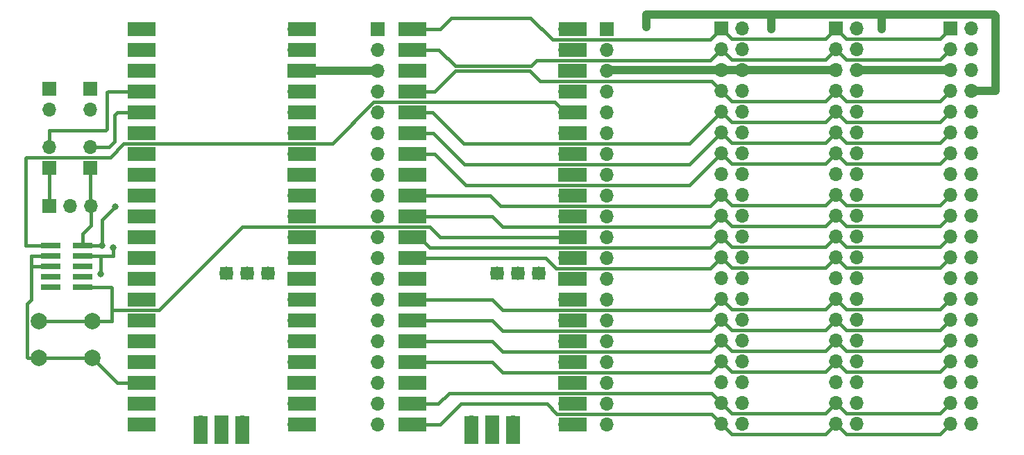
<source format=gbr>
%TF.GenerationSoftware,KiCad,Pcbnew,7.0.7*%
%TF.CreationDate,2023-09-07T20:52:16+09:00*%
%TF.ProjectId,KiCad,4b694361-642e-46b6-9963-61645f706362,rev?*%
%TF.SameCoordinates,PX41cdb40PY67f3540*%
%TF.FileFunction,Copper,L1,Top*%
%TF.FilePolarity,Positive*%
%FSLAX46Y46*%
G04 Gerber Fmt 4.6, Leading zero omitted, Abs format (unit mm)*
G04 Created by KiCad (PCBNEW 7.0.7) date 2023-09-07 20:52:16*
%MOMM*%
%LPD*%
G01*
G04 APERTURE LIST*
G04 Aperture macros list*
%AMOutline4P*
0 Free polygon, 4 corners , with rotation*
0 The origin of the aperture is its center*
0 number of corners: always 4*
0 $1 to $8 corner X, Y*
0 $9 Rotation angle, in degrees counterclockwise*
0 create outline with 4 corners*
4,1,4,$1,$2,$3,$4,$5,$6,$7,$8,$1,$2,$9*%
G04 Aperture macros list end*
%TA.AperFunction,ComponentPad*%
%ADD10R,1.700000X1.700000*%
%TD*%
%TA.AperFunction,ComponentPad*%
%ADD11O,1.700000X1.700000*%
%TD*%
%TA.AperFunction,SMDPad,CuDef*%
%ADD12R,2.400000X0.740000*%
%TD*%
%TA.AperFunction,SMDPad,CuDef*%
%ADD13R,3.500000X1.700000*%
%TD*%
%TA.AperFunction,SMDPad,CuDef*%
%ADD14R,1.700000X3.500000*%
%TD*%
%TA.AperFunction,ComponentPad*%
%ADD15C,1.700000*%
%TD*%
%TA.AperFunction,SMDPad,CuDef*%
%ADD16R,1.524000X1.524000*%
%TD*%
%TA.AperFunction,SMDPad,CuDef*%
%ADD17Outline4P,-0.762000X-0.762000X0.762000X-0.762000X0.762000X0.762000X-0.762000X0.762000X0.000000*%
%TD*%
%TA.AperFunction,ComponentPad*%
%ADD18C,2.000000*%
%TD*%
%TA.AperFunction,ViaPad*%
%ADD19C,0.800000*%
%TD*%
%TA.AperFunction,Conductor*%
%ADD20C,0.400000*%
%TD*%
%TA.AperFunction,Conductor*%
%ADD21C,1.000000*%
%TD*%
G04 APERTURE END LIST*
D10*
%TO.P,JP3,1,A*%
%TO.N,Net-(J6-Pin_1)*%
X4000000Y34197000D03*
D11*
%TO.P,JP3,2,B*%
%TO.N,Net-(JP3-B)*%
X4000000Y36737000D03*
%TD*%
D12*
%TO.P,J7,1,Pin_1*%
%TO.N,/3V3*%
X4107000Y24672000D03*
%TO.P,J7,2,Pin_2*%
%TO.N,Net-(J6-Pin_3)*%
X8007000Y24672000D03*
%TO.P,J7,3,Pin_3*%
%TO.N,GND*%
X4107000Y23402000D03*
%TO.P,J7,4,Pin_4*%
%TO.N,Net-(J6-Pin_1)*%
X8007000Y23402000D03*
%TO.P,J7,5,Pin_5*%
%TO.N,GND*%
X4107000Y22132000D03*
%TO.P,J7,6,Pin_6*%
%TO.N,unconnected-(J7-Pin_6-Pad6)*%
X8007000Y22132000D03*
%TO.P,J7,7,Pin_7*%
%TO.N,unconnected-(J7-Pin_7-Pad7)*%
X4107000Y20862000D03*
%TO.P,J7,8,Pin_8*%
%TO.N,unconnected-(J7-Pin_8-Pad8)*%
X8007000Y20862000D03*
%TO.P,J7,9,Pin_9*%
%TO.N,unconnected-(J7-Pin_9-Pad9)*%
X4107000Y19592000D03*
%TO.P,J7,10,Pin_10*%
%TO.N,/RUN*%
X8007000Y19592000D03*
%TD*%
D10*
%TO.P,J4,1,Pin_1*%
%TO.N,/GP0*%
X44030000Y51100000D03*
D11*
%TO.P,J4,2,Pin_2*%
%TO.N,/GP1*%
X44030000Y48560000D03*
%TO.P,J4,3,Pin_3*%
%TO.N,GND*%
X44030000Y46020000D03*
%TO.P,J4,4,Pin_4*%
%TO.N,/GP2*%
X44030000Y43480000D03*
%TO.P,J4,5,Pin_5*%
%TO.N,/GP3*%
X44030000Y40940000D03*
%TO.P,J4,6,Pin_6*%
%TO.N,/GP4*%
X44030000Y38400000D03*
%TO.P,J4,7,Pin_7*%
%TO.N,/GP5*%
X44030000Y35860000D03*
%TO.P,J4,8,Pin_8*%
%TO.N,GND*%
X44030000Y33320000D03*
%TO.P,J4,9,Pin_9*%
%TO.N,/GP6*%
X44030000Y30780000D03*
%TO.P,J4,10,Pin_10*%
%TO.N,/GP7*%
X44030000Y28240000D03*
%TO.P,J4,11,Pin_11*%
%TO.N,/GP8*%
X44030000Y25700000D03*
%TO.P,J4,12,Pin_12*%
%TO.N,/GP9*%
X44030000Y23160000D03*
%TO.P,J4,13,Pin_13*%
%TO.N,GND*%
X44030000Y20620000D03*
%TO.P,J4,14,Pin_14*%
%TO.N,/GP10*%
X44030000Y18080000D03*
%TO.P,J4,15,Pin_15*%
%TO.N,/GP11*%
X44030000Y15540000D03*
%TO.P,J4,16,Pin_16*%
%TO.N,/GP12*%
X44030000Y13000000D03*
%TO.P,J4,17,Pin_17*%
%TO.N,/GP13*%
X44030000Y10460000D03*
%TO.P,J4,18,Pin_18*%
%TO.N,GND*%
X44030000Y7920000D03*
%TO.P,J4,19,Pin_19*%
%TO.N,/GP14*%
X44030000Y5380000D03*
%TO.P,J4,20,Pin_20*%
%TO.N,/GP15*%
X44030000Y2840000D03*
%TD*%
D10*
%TO.P,JP1,1,A*%
%TO.N,/GP1*%
X8978000Y43849000D03*
D11*
%TO.P,JP1,2,B*%
%TO.N,Net-(JP1-B)*%
X8978000Y41309000D03*
%TD*%
D10*
%TO.P,J1,1,Pin_1*%
%TO.N,/GP0*%
X113875000Y51215000D03*
D11*
%TO.P,J1,2,Pin_2*%
%TO.N,/GP1*%
X113875000Y48675000D03*
%TO.P,J1,3,Pin_3*%
%TO.N,GND*%
X113875000Y46135000D03*
%TO.P,J1,4,Pin_4*%
%TO.N,/GP2*%
X113875000Y43595000D03*
%TO.P,J1,5,Pin_5*%
%TO.N,/GP3*%
X113875000Y41055000D03*
%TO.P,J1,6,Pin_6*%
%TO.N,/GP4*%
X113875000Y38515000D03*
%TO.P,J1,7,Pin_7*%
%TO.N,/GP5*%
X113875000Y35975000D03*
%TO.P,J1,8,Pin_8*%
%TO.N,GND*%
X113875000Y33435000D03*
%TO.P,J1,9,Pin_9*%
%TO.N,/GP6*%
X113875000Y30895000D03*
%TO.P,J1,10,Pin_10*%
%TO.N,/GP7*%
X113875000Y28355000D03*
%TO.P,J1,11,Pin_11*%
%TO.N,/GP8*%
X113875000Y25815000D03*
%TO.P,J1,12,Pin_12*%
%TO.N,/GP9*%
X113875000Y23275000D03*
%TO.P,J1,13,Pin_13*%
%TO.N,GND*%
X113875000Y20735000D03*
%TO.P,J1,14,Pin_14*%
%TO.N,/GP10*%
X113875000Y18195000D03*
%TO.P,J1,15,Pin_15*%
%TO.N,/GP11*%
X113875000Y15655000D03*
%TO.P,J1,16,Pin_16*%
%TO.N,/GP12*%
X113875000Y13115000D03*
%TO.P,J1,17,Pin_17*%
%TO.N,/GP13*%
X113875000Y10575000D03*
%TO.P,J1,18,Pin_18*%
%TO.N,GND*%
X113875000Y8035000D03*
%TO.P,J1,19,Pin_19*%
%TO.N,/GP14*%
X113875000Y5495000D03*
%TO.P,J1,20,Pin_20*%
%TO.N,/GP15*%
X113875000Y2955000D03*
%TO.P,J1,21,Pin_21*%
%TO.N,/GP16*%
X116415000Y2955000D03*
%TO.P,J1,22,Pin_22*%
%TO.N,/GP17*%
X116415000Y5495000D03*
%TO.P,J1,23,Pin_23*%
%TO.N,GND*%
X116415000Y8035000D03*
%TO.P,J1,24,Pin_24*%
%TO.N,/GP18*%
X116415000Y10575000D03*
%TO.P,J1,25,Pin_25*%
%TO.N,/GP19*%
X116415000Y13115000D03*
%TO.P,J1,26,Pin_26*%
%TO.N,/GP20*%
X116415000Y15655000D03*
%TO.P,J1,27,Pin_27*%
%TO.N,/GP21*%
X116415000Y18195000D03*
%TO.P,J1,28,Pin_28*%
%TO.N,GND*%
X116415000Y20735000D03*
%TO.P,J1,29,Pin_29*%
%TO.N,/GP22*%
X116415000Y23275000D03*
%TO.P,J1,30,Pin_30*%
%TO.N,/RUN*%
X116415000Y25815000D03*
%TO.P,J1,31,Pin_31*%
%TO.N,/GP26*%
X116415000Y28355000D03*
%TO.P,J1,32,Pin_32*%
%TO.N,/GP27*%
X116415000Y30895000D03*
%TO.P,J1,33,Pin_33*%
%TO.N,GND*%
X116415000Y33435000D03*
%TO.P,J1,34,Pin_34*%
%TO.N,/GP28*%
X116415000Y35975000D03*
%TO.P,J1,35,Pin_35*%
%TO.N,/3V3*%
X116415000Y38515000D03*
%TO.P,J1,36,Pin_36*%
X116415000Y41055000D03*
%TO.P,J1,37,Pin_37*%
X116415000Y43595000D03*
%TO.P,J1,38,Pin_38*%
%TO.N,GND*%
X116415000Y46135000D03*
%TO.P,J1,39,Pin_39*%
%TO.N,/VSYS*%
X116415000Y48675000D03*
%TO.P,J1,40,Pin_40*%
X116415000Y51215000D03*
%TD*%
%TO.P,U1,1,GPIO0*%
%TO.N,/GP0*%
X49110000Y51130000D03*
D13*
X48210000Y51130000D03*
D11*
%TO.P,U1,2,GPIO1*%
%TO.N,/GP1*%
X49110000Y48590000D03*
D13*
X48210000Y48590000D03*
D10*
%TO.P,U1,3,GND*%
%TO.N,GND*%
X49110000Y46050000D03*
D13*
X48210000Y46050000D03*
D11*
%TO.P,U1,4,GPIO2*%
%TO.N,/GP2*%
X49110000Y43510000D03*
D13*
X48210000Y43510000D03*
D11*
%TO.P,U1,5,GPIO3*%
%TO.N,/GP3*%
X49110000Y40970000D03*
D13*
X48210000Y40970000D03*
D11*
%TO.P,U1,6,GPIO4*%
%TO.N,/GP4*%
X49110000Y38430000D03*
D13*
X48210000Y38430000D03*
D11*
%TO.P,U1,7,GPIO5*%
%TO.N,/GP5*%
X49110000Y35890000D03*
D13*
X48210000Y35890000D03*
D10*
%TO.P,U1,8,GND*%
%TO.N,GND*%
X49110000Y33350000D03*
D13*
X48210000Y33350000D03*
D11*
%TO.P,U1,9,GPIO6*%
%TO.N,/GP6*%
X49110000Y30810000D03*
D13*
X48210000Y30810000D03*
D11*
%TO.P,U1,10,GPIO7*%
%TO.N,/GP7*%
X49110000Y28270000D03*
D13*
X48210000Y28270000D03*
D11*
%TO.P,U1,11,GPIO8*%
%TO.N,/GP8*%
X49110000Y25730000D03*
D13*
X48210000Y25730000D03*
D11*
%TO.P,U1,12,GPIO9*%
%TO.N,/GP9*%
X49110000Y23190000D03*
D13*
X48210000Y23190000D03*
D10*
%TO.P,U1,13,GND*%
%TO.N,GND*%
X49110000Y20650000D03*
D13*
X48210000Y20650000D03*
D11*
%TO.P,U1,14,GPIO10*%
%TO.N,/GP10*%
X49110000Y18110000D03*
D13*
X48210000Y18110000D03*
D11*
%TO.P,U1,15,GPIO11*%
%TO.N,/GP11*%
X49110000Y15570000D03*
D13*
X48210000Y15570000D03*
D11*
%TO.P,U1,16,GPIO12*%
%TO.N,/GP12*%
X49110000Y13030000D03*
D13*
X48210000Y13030000D03*
D11*
%TO.P,U1,17,GPIO13*%
%TO.N,/GP13*%
X49110000Y10490000D03*
D13*
X48210000Y10490000D03*
D10*
%TO.P,U1,18,GND*%
%TO.N,GND*%
X49110000Y7950000D03*
D13*
X48210000Y7950000D03*
D11*
%TO.P,U1,19,GPIO14*%
%TO.N,/GP14*%
X49110000Y5410000D03*
D13*
X48210000Y5410000D03*
D11*
%TO.P,U1,20,GPIO15*%
%TO.N,/GP15*%
X49110000Y2870000D03*
D13*
X48210000Y2870000D03*
D11*
%TO.P,U1,21,GPIO16*%
%TO.N,/GP16*%
X66890000Y2870000D03*
D13*
X67790000Y2870000D03*
D11*
%TO.P,U1,22,GPIO17*%
%TO.N,/GP17*%
X66890000Y5410000D03*
D13*
X67790000Y5410000D03*
D10*
%TO.P,U1,23,GND*%
%TO.N,GND*%
X66890000Y7950000D03*
D13*
X67790000Y7950000D03*
D11*
%TO.P,U1,24,GPIO18*%
%TO.N,/GP18*%
X66890000Y10490000D03*
D13*
X67790000Y10490000D03*
D11*
%TO.P,U1,25,GPIO19*%
%TO.N,/GP19*%
X66890000Y13030000D03*
D13*
X67790000Y13030000D03*
D11*
%TO.P,U1,26,GPIO20*%
%TO.N,/GP20*%
X66890000Y15570000D03*
D13*
X67790000Y15570000D03*
D11*
%TO.P,U1,27,GPIO21*%
%TO.N,/GP21*%
X66890000Y18110000D03*
D13*
X67790000Y18110000D03*
D10*
%TO.P,U1,28,GND*%
%TO.N,GND*%
X66890000Y20650000D03*
D13*
X67790000Y20650000D03*
D11*
%TO.P,U1,29,GPIO22*%
%TO.N,/GP22*%
X66890000Y23190000D03*
D13*
X67790000Y23190000D03*
D11*
%TO.P,U1,30,RUN*%
%TO.N,/RUN*%
X66890000Y25730000D03*
D13*
X67790000Y25730000D03*
D11*
%TO.P,U1,31,GPIO26_ADC0*%
%TO.N,/GP26*%
X66890000Y28270000D03*
D13*
X67790000Y28270000D03*
D11*
%TO.P,U1,32,GPIO27_ADC1*%
%TO.N,/GP27*%
X66890000Y30810000D03*
D13*
X67790000Y30810000D03*
D10*
%TO.P,U1,33,AGND*%
%TO.N,GND*%
X66890000Y33350000D03*
D13*
X67790000Y33350000D03*
D11*
%TO.P,U1,34,GPIO28_ADC2*%
%TO.N,/GP28*%
X66890000Y35890000D03*
D13*
X67790000Y35890000D03*
D11*
%TO.P,U1,35,ADC_VREF*%
%TO.N,/ADC_VREF*%
X66890000Y38430000D03*
D13*
X67790000Y38430000D03*
D11*
%TO.P,U1,36,3V3*%
%TO.N,/3V3*%
X66890000Y40970000D03*
D13*
X67790000Y40970000D03*
D11*
%TO.P,U1,37,3V3_EN*%
%TO.N,/3V3_EN*%
X66890000Y43510000D03*
D13*
X67790000Y43510000D03*
D10*
%TO.P,U1,38,GND*%
%TO.N,GND*%
X66890000Y46050000D03*
D13*
X67790000Y46050000D03*
D11*
%TO.P,U1,39,VSYS*%
%TO.N,/VSYS*%
X66890000Y48590000D03*
D13*
X67790000Y48590000D03*
D11*
%TO.P,U1,40,VBUS*%
%TO.N,/VBUS*%
X66890000Y51130000D03*
D13*
X67790000Y51130000D03*
D11*
%TO.P,U1,41,SWCLK*%
%TO.N,Net-(J6-Pin_1)*%
X55460000Y3100000D03*
D14*
X55460000Y2200000D03*
D15*
X58550000Y21300000D03*
D16*
X58560000Y21300000D03*
D10*
%TO.P,U1,42,GND*%
%TO.N,GND*%
X58000000Y3100000D03*
D14*
X58000000Y2200000D03*
D17*
X61100000Y21300000D03*
D15*
X61100000Y21300000D03*
D11*
%TO.P,U1,43,SWDIO*%
%TO.N,Net-(J6-Pin_3)*%
X60540000Y3100000D03*
D14*
X60540000Y2200000D03*
D16*
X63640000Y21300000D03*
D15*
X63650000Y21300000D03*
%TD*%
D10*
%TO.P,JP4,1,A*%
%TO.N,Net-(J6-Pin_3)*%
X8978000Y34197000D03*
D11*
%TO.P,JP4,2,B*%
%TO.N,Net-(JP4-B)*%
X8978000Y36737000D03*
%TD*%
D18*
%TO.P,SW1,1,1*%
%TO.N,/RUN*%
X2680000Y15492000D03*
X9180000Y15492000D03*
%TO.P,SW1,2,2*%
%TO.N,GND*%
X2680000Y10992000D03*
X9180000Y10992000D03*
%TD*%
D10*
%TO.P,J2,1,Pin_1*%
%TO.N,/GP0*%
X99910000Y51215000D03*
D11*
%TO.P,J2,2,Pin_2*%
%TO.N,/GP1*%
X99910000Y48675000D03*
%TO.P,J2,3,Pin_3*%
%TO.N,GND*%
X99910000Y46135000D03*
%TO.P,J2,4,Pin_4*%
%TO.N,/GP2*%
X99910000Y43595000D03*
%TO.P,J2,5,Pin_5*%
%TO.N,/GP3*%
X99910000Y41055000D03*
%TO.P,J2,6,Pin_6*%
%TO.N,/GP4*%
X99910000Y38515000D03*
%TO.P,J2,7,Pin_7*%
%TO.N,/GP5*%
X99910000Y35975000D03*
%TO.P,J2,8,Pin_8*%
%TO.N,GND*%
X99910000Y33435000D03*
%TO.P,J2,9,Pin_9*%
%TO.N,/GP6*%
X99910000Y30895000D03*
%TO.P,J2,10,Pin_10*%
%TO.N,/GP7*%
X99910000Y28355000D03*
%TO.P,J2,11,Pin_11*%
%TO.N,/GP8*%
X99910000Y25815000D03*
%TO.P,J2,12,Pin_12*%
%TO.N,/GP9*%
X99910000Y23275000D03*
%TO.P,J2,13,Pin_13*%
%TO.N,GND*%
X99910000Y20735000D03*
%TO.P,J2,14,Pin_14*%
%TO.N,/GP10*%
X99910000Y18195000D03*
%TO.P,J2,15,Pin_15*%
%TO.N,/GP11*%
X99910000Y15655000D03*
%TO.P,J2,16,Pin_16*%
%TO.N,/GP12*%
X99910000Y13115000D03*
%TO.P,J2,17,Pin_17*%
%TO.N,/GP13*%
X99910000Y10575000D03*
%TO.P,J2,18,Pin_18*%
%TO.N,GND*%
X99910000Y8035000D03*
%TO.P,J2,19,Pin_19*%
%TO.N,/GP14*%
X99910000Y5495000D03*
%TO.P,J2,20,Pin_20*%
%TO.N,/GP15*%
X99910000Y2955000D03*
%TO.P,J2,21,Pin_21*%
%TO.N,/GP16*%
X102450000Y2955000D03*
%TO.P,J2,22,Pin_22*%
%TO.N,/GP17*%
X102450000Y5495000D03*
%TO.P,J2,23,Pin_23*%
%TO.N,GND*%
X102450000Y8035000D03*
%TO.P,J2,24,Pin_24*%
%TO.N,/GP18*%
X102450000Y10575000D03*
%TO.P,J2,25,Pin_25*%
%TO.N,/GP19*%
X102450000Y13115000D03*
%TO.P,J2,26,Pin_26*%
%TO.N,/GP20*%
X102450000Y15655000D03*
%TO.P,J2,27,Pin_27*%
%TO.N,/GP21*%
X102450000Y18195000D03*
%TO.P,J2,28,Pin_28*%
%TO.N,GND*%
X102450000Y20735000D03*
%TO.P,J2,29,Pin_29*%
%TO.N,/GP22*%
X102450000Y23275000D03*
%TO.P,J2,30,Pin_30*%
%TO.N,/RUN*%
X102450000Y25815000D03*
%TO.P,J2,31,Pin_31*%
%TO.N,/GP26*%
X102450000Y28355000D03*
%TO.P,J2,32,Pin_32*%
%TO.N,/GP27*%
X102450000Y30895000D03*
%TO.P,J2,33,Pin_33*%
%TO.N,GND*%
X102450000Y33435000D03*
%TO.P,J2,34,Pin_34*%
%TO.N,/GP28*%
X102450000Y35975000D03*
%TO.P,J2,35,Pin_35*%
%TO.N,/3V3*%
X102450000Y38515000D03*
%TO.P,J2,36,Pin_36*%
X102450000Y41055000D03*
%TO.P,J2,37,Pin_37*%
X102450000Y43595000D03*
%TO.P,J2,38,Pin_38*%
%TO.N,GND*%
X102450000Y46135000D03*
%TO.P,J2,39,Pin_39*%
%TO.N,/VSYS*%
X102450000Y48675000D03*
%TO.P,J2,40,Pin_40*%
X102450000Y51215000D03*
%TD*%
D10*
%TO.P,J6,1,Pin_1*%
%TO.N,Net-(J6-Pin_1)*%
X3960000Y29498000D03*
D11*
%TO.P,J6,2,Pin_2*%
%TO.N,GND*%
X6500000Y29498000D03*
%TO.P,J6,3,Pin_3*%
%TO.N,Net-(J6-Pin_3)*%
X9040000Y29498000D03*
%TD*%
D10*
%TO.P,J3,1,Pin_1*%
%TO.N,/GP0*%
X85935000Y51215000D03*
D11*
%TO.P,J3,2,Pin_2*%
%TO.N,/GP1*%
X85935000Y48675000D03*
%TO.P,J3,3,Pin_3*%
%TO.N,GND*%
X85935000Y46135000D03*
%TO.P,J3,4,Pin_4*%
%TO.N,/GP2*%
X85935000Y43595000D03*
%TO.P,J3,5,Pin_5*%
%TO.N,/GP3*%
X85935000Y41055000D03*
%TO.P,J3,6,Pin_6*%
%TO.N,/GP4*%
X85935000Y38515000D03*
%TO.P,J3,7,Pin_7*%
%TO.N,/GP5*%
X85935000Y35975000D03*
%TO.P,J3,8,Pin_8*%
%TO.N,GND*%
X85935000Y33435000D03*
%TO.P,J3,9,Pin_9*%
%TO.N,/GP6*%
X85935000Y30895000D03*
%TO.P,J3,10,Pin_10*%
%TO.N,/GP7*%
X85935000Y28355000D03*
%TO.P,J3,11,Pin_11*%
%TO.N,/GP8*%
X85935000Y25815000D03*
%TO.P,J3,12,Pin_12*%
%TO.N,/GP9*%
X85935000Y23275000D03*
%TO.P,J3,13,Pin_13*%
%TO.N,GND*%
X85935000Y20735000D03*
%TO.P,J3,14,Pin_14*%
%TO.N,/GP10*%
X85935000Y18195000D03*
%TO.P,J3,15,Pin_15*%
%TO.N,/GP11*%
X85935000Y15655000D03*
%TO.P,J3,16,Pin_16*%
%TO.N,/GP12*%
X85935000Y13115000D03*
%TO.P,J3,17,Pin_17*%
%TO.N,/GP13*%
X85935000Y10575000D03*
%TO.P,J3,18,Pin_18*%
%TO.N,GND*%
X85935000Y8035000D03*
%TO.P,J3,19,Pin_19*%
%TO.N,/GP14*%
X85935000Y5495000D03*
%TO.P,J3,20,Pin_20*%
%TO.N,/GP15*%
X85935000Y2955000D03*
%TO.P,J3,21,Pin_21*%
%TO.N,/GP16*%
X88475000Y2955000D03*
%TO.P,J3,22,Pin_22*%
%TO.N,/GP17*%
X88475000Y5495000D03*
%TO.P,J3,23,Pin_23*%
%TO.N,GND*%
X88475000Y8035000D03*
%TO.P,J3,24,Pin_24*%
%TO.N,/GP18*%
X88475000Y10575000D03*
%TO.P,J3,25,Pin_25*%
%TO.N,/GP19*%
X88475000Y13115000D03*
%TO.P,J3,26,Pin_26*%
%TO.N,/GP20*%
X88475000Y15655000D03*
%TO.P,J3,27,Pin_27*%
%TO.N,/GP21*%
X88475000Y18195000D03*
%TO.P,J3,28,Pin_28*%
%TO.N,GND*%
X88475000Y20735000D03*
%TO.P,J3,29,Pin_29*%
%TO.N,/GP22*%
X88475000Y23275000D03*
%TO.P,J3,30,Pin_30*%
%TO.N,/RUN*%
X88475000Y25815000D03*
%TO.P,J3,31,Pin_31*%
%TO.N,/GP26*%
X88475000Y28355000D03*
%TO.P,J3,32,Pin_32*%
%TO.N,/GP27*%
X88475000Y30895000D03*
%TO.P,J3,33,Pin_33*%
%TO.N,GND*%
X88475000Y33435000D03*
%TO.P,J3,34,Pin_34*%
%TO.N,/GP28*%
X88475000Y35975000D03*
%TO.P,J3,35,Pin_35*%
%TO.N,/3V3*%
X88475000Y38515000D03*
%TO.P,J3,36,Pin_36*%
X88475000Y41055000D03*
%TO.P,J3,37,Pin_37*%
X88475000Y43595000D03*
%TO.P,J3,38,Pin_38*%
%TO.N,GND*%
X88475000Y46135000D03*
%TO.P,J3,39,Pin_39*%
%TO.N,/VSYS*%
X88475000Y48675000D03*
%TO.P,J3,40,Pin_40*%
X88475000Y51215000D03*
%TD*%
D10*
%TO.P,JP2,1,A*%
%TO.N,/GP0*%
X4000000Y43849000D03*
D11*
%TO.P,JP2,2,B*%
%TO.N,Net-(JP2-B)*%
X4000000Y41309000D03*
%TD*%
D10*
%TO.P,J5,1,Pin_1*%
%TO.N,/VBUS*%
X71970000Y51100000D03*
D11*
%TO.P,J5,2,Pin_2*%
%TO.N,/VSYS*%
X71970000Y48560000D03*
%TO.P,J5,3,Pin_3*%
%TO.N,GND*%
X71970000Y46020000D03*
%TO.P,J5,4,Pin_4*%
%TO.N,/3V3_EN*%
X71970000Y43480000D03*
%TO.P,J5,5,Pin_5*%
%TO.N,/3V3*%
X71970000Y40940000D03*
%TO.P,J5,6,Pin_6*%
%TO.N,/ADC_VREF*%
X71970000Y38400000D03*
%TO.P,J5,7,Pin_7*%
%TO.N,/GP28*%
X71970000Y35860000D03*
%TO.P,J5,8,Pin_8*%
%TO.N,GND*%
X71970000Y33320000D03*
%TO.P,J5,9,Pin_9*%
%TO.N,/GP27*%
X71970000Y30780000D03*
%TO.P,J5,10,Pin_10*%
%TO.N,/GP26*%
X71970000Y28240000D03*
%TO.P,J5,11,Pin_11*%
%TO.N,/RUN*%
X71970000Y25700000D03*
%TO.P,J5,12,Pin_12*%
%TO.N,/GP22*%
X71970000Y23160000D03*
%TO.P,J5,13,Pin_13*%
%TO.N,GND*%
X71970000Y20620000D03*
%TO.P,J5,14,Pin_14*%
%TO.N,/GP21*%
X71970000Y18080000D03*
%TO.P,J5,15,Pin_15*%
%TO.N,/GP20*%
X71970000Y15540000D03*
%TO.P,J5,16,Pin_16*%
%TO.N,/GP19*%
X71970000Y13000000D03*
%TO.P,J5,17,Pin_17*%
%TO.N,/GP18*%
X71970000Y10460000D03*
%TO.P,J5,18,Pin_18*%
%TO.N,GND*%
X71970000Y7920000D03*
%TO.P,J5,19,Pin_19*%
%TO.N,/GP17*%
X71970000Y5380000D03*
%TO.P,J5,20,Pin_20*%
%TO.N,/GP16*%
X71970000Y2840000D03*
%TD*%
%TO.P,U2,1,GPIO0*%
%TO.N,unconnected-(U2-GPIO0-Pad1)*%
X16090000Y51130000D03*
D13*
X15190000Y51130000D03*
D11*
%TO.P,U2,2,GPIO1*%
%TO.N,unconnected-(U2-GPIO1-Pad2)*%
X16090000Y48590000D03*
D13*
X15190000Y48590000D03*
D10*
%TO.P,U2,3,GND*%
%TO.N,GND*%
X16090000Y46050000D03*
D13*
X15190000Y46050000D03*
D11*
%TO.P,U2,4,GPIO2*%
%TO.N,Net-(JP3-B)*%
X16090000Y43510000D03*
D13*
X15190000Y43510000D03*
D11*
%TO.P,U2,5,GPIO3*%
%TO.N,Net-(JP4-B)*%
X16090000Y40970000D03*
D13*
X15190000Y40970000D03*
D11*
%TO.P,U2,6,GPIO4*%
%TO.N,Net-(JP1-B)*%
X16090000Y38430000D03*
D13*
X15190000Y38430000D03*
D11*
%TO.P,U2,7,GPIO5*%
%TO.N,Net-(JP2-B)*%
X16090000Y35890000D03*
D13*
X15190000Y35890000D03*
D10*
%TO.P,U2,8,GND*%
%TO.N,GND*%
X16090000Y33350000D03*
D13*
X15190000Y33350000D03*
D11*
%TO.P,U2,9,GPIO6*%
%TO.N,unconnected-(U2-GPIO6-Pad9)*%
X16090000Y30810000D03*
D13*
X15190000Y30810000D03*
D11*
%TO.P,U2,10,GPIO7*%
%TO.N,unconnected-(U2-GPIO7-Pad10)*%
X16090000Y28270000D03*
D13*
X15190000Y28270000D03*
D11*
%TO.P,U2,11,GPIO8*%
%TO.N,unconnected-(U2-GPIO8-Pad11)*%
X16090000Y25730000D03*
D13*
X15190000Y25730000D03*
D11*
%TO.P,U2,12,GPIO9*%
%TO.N,unconnected-(U2-GPIO9-Pad12)*%
X16090000Y23190000D03*
D13*
X15190000Y23190000D03*
D10*
%TO.P,U2,13,GND*%
%TO.N,GND*%
X16090000Y20650000D03*
D13*
X15190000Y20650000D03*
D11*
%TO.P,U2,14,GPIO10*%
%TO.N,unconnected-(U2-GPIO10-Pad14)*%
X16090000Y18110000D03*
D13*
X15190000Y18110000D03*
D11*
%TO.P,U2,15,GPIO11*%
%TO.N,unconnected-(U2-GPIO11-Pad15)*%
X16090000Y15570000D03*
D13*
X15190000Y15570000D03*
D11*
%TO.P,U2,16,GPIO12*%
%TO.N,unconnected-(U2-GPIO12-Pad16)*%
X16090000Y13030000D03*
D13*
X15190000Y13030000D03*
D11*
%TO.P,U2,17,GPIO13*%
%TO.N,unconnected-(U2-GPIO13-Pad17)*%
X16090000Y10490000D03*
D13*
X15190000Y10490000D03*
D10*
%TO.P,U2,18,GND*%
%TO.N,GND*%
X16090000Y7950000D03*
D13*
X15190000Y7950000D03*
D11*
%TO.P,U2,19,GPIO14*%
%TO.N,unconnected-(U2-GPIO14-Pad19)*%
X16090000Y5410000D03*
D13*
X15190000Y5410000D03*
D11*
%TO.P,U2,20,GPIO15*%
%TO.N,unconnected-(U2-GPIO15-Pad20)*%
X16090000Y2870000D03*
D13*
X15190000Y2870000D03*
D11*
%TO.P,U2,21,GPIO16*%
%TO.N,unconnected-(U2-GPIO16-Pad21)*%
X33870000Y2870000D03*
D13*
X34770000Y2870000D03*
D11*
%TO.P,U2,22,GPIO17*%
%TO.N,unconnected-(U2-GPIO17-Pad22)*%
X33870000Y5410000D03*
D13*
X34770000Y5410000D03*
D10*
%TO.P,U2,23,GND*%
%TO.N,GND*%
X33870000Y7950000D03*
D13*
X34770000Y7950000D03*
D11*
%TO.P,U2,24,GPIO18*%
%TO.N,unconnected-(U2-GPIO18-Pad24)*%
X33870000Y10490000D03*
D13*
X34770000Y10490000D03*
D11*
%TO.P,U2,25,GPIO19*%
%TO.N,unconnected-(U2-GPIO19-Pad25)*%
X33870000Y13030000D03*
D13*
X34770000Y13030000D03*
D11*
%TO.P,U2,26,GPIO20*%
%TO.N,unconnected-(U2-GPIO20-Pad26)*%
X33870000Y15570000D03*
D13*
X34770000Y15570000D03*
D11*
%TO.P,U2,27,GPIO21*%
%TO.N,unconnected-(U2-GPIO21-Pad27)*%
X33870000Y18110000D03*
D13*
X34770000Y18110000D03*
D10*
%TO.P,U2,28,GND*%
%TO.N,GND*%
X33870000Y20650000D03*
D13*
X34770000Y20650000D03*
D11*
%TO.P,U2,29,GPIO22*%
%TO.N,unconnected-(U2-GPIO22-Pad29)*%
X33870000Y23190000D03*
D13*
X34770000Y23190000D03*
D11*
%TO.P,U2,30,RUN*%
%TO.N,unconnected-(U2-RUN-Pad30)*%
X33870000Y25730000D03*
D13*
X34770000Y25730000D03*
D11*
%TO.P,U2,31,GPIO26_ADC0*%
%TO.N,unconnected-(U2-GPIO26_ADC0-Pad31)*%
X33870000Y28270000D03*
D13*
X34770000Y28270000D03*
D11*
%TO.P,U2,32,GPIO27_ADC1*%
%TO.N,unconnected-(U2-GPIO27_ADC1-Pad32)*%
X33870000Y30810000D03*
D13*
X34770000Y30810000D03*
D10*
%TO.P,U2,33,AGND*%
%TO.N,GND*%
X33870000Y33350000D03*
D13*
X34770000Y33350000D03*
D11*
%TO.P,U2,34,GPIO28_ADC2*%
%TO.N,unconnected-(U2-GPIO28_ADC2-Pad34)*%
X33870000Y35890000D03*
D13*
X34770000Y35890000D03*
D11*
%TO.P,U2,35,ADC_VREF*%
%TO.N,unconnected-(U2-ADC_VREF-Pad35)*%
X33870000Y38430000D03*
D13*
X34770000Y38430000D03*
D11*
%TO.P,U2,36,3V3*%
%TO.N,unconnected-(U2-3V3-Pad36)*%
X33870000Y40970000D03*
D13*
X34770000Y40970000D03*
D11*
%TO.P,U2,37,3V3_EN*%
%TO.N,unconnected-(U2-3V3_EN-Pad37)*%
X33870000Y43510000D03*
D13*
X34770000Y43510000D03*
D10*
%TO.P,U2,38,GND*%
%TO.N,GND*%
X33870000Y46050000D03*
D13*
X34770000Y46050000D03*
D11*
%TO.P,U2,39,VSYS*%
%TO.N,/VSYS*%
X33870000Y48590000D03*
D13*
X34770000Y48590000D03*
D11*
%TO.P,U2,40,VBUS*%
%TO.N,unconnected-(U2-VBUS-Pad40)*%
X33870000Y51130000D03*
D13*
X34770000Y51130000D03*
D11*
%TO.P,U2,41,SWCLK*%
%TO.N,unconnected-(U2-SWCLK-Pad41)*%
X22440000Y3100000D03*
D14*
X22440000Y2200000D03*
D15*
X25530000Y21300000D03*
D16*
X25540000Y21300000D03*
D10*
%TO.P,U2,42,GND*%
%TO.N,unconnected-(U2-GND-Pad42)*%
X24980000Y3100000D03*
D14*
X24980000Y2200000D03*
D17*
X28080000Y21300000D03*
D15*
X28080000Y21300000D03*
D11*
%TO.P,U2,43,SWDIO*%
%TO.N,unconnected-(U2-SWDIO-Pad43)*%
X27520000Y3100000D03*
D14*
X27520000Y2200000D03*
D16*
X30620000Y21300000D03*
D15*
X30630000Y21300000D03*
%TD*%
D19*
%TO.N,/3V3*%
X105498000Y51088000D03*
X76796000Y51342000D03*
X92036000Y51088000D03*
%TO.N,Net-(J6-Pin_1)*%
X11750000Y24450000D03*
X10250000Y21200000D03*
%TO.N,Net-(J6-Pin_3)*%
X10425000Y24675000D03*
X12025000Y29400000D03*
%TD*%
D20*
%TO.N,/GP0*%
X84570000Y49850000D02*
X65308600Y49850000D01*
X85935000Y51215000D02*
X84570000Y49850000D01*
X101160000Y49965000D02*
X112625000Y49965000D01*
X98660000Y49965000D02*
X99910000Y51215000D01*
X87185000Y49965000D02*
X98660000Y49965000D01*
X53013800Y52485000D02*
X51658800Y51130000D01*
X62673600Y52485000D02*
X53013800Y52485000D01*
X85935000Y51215000D02*
X87185000Y49965000D01*
X51658800Y51130000D02*
X49110000Y51130000D01*
X99910000Y51215000D02*
X101160000Y49965000D01*
X65308600Y49850000D02*
X62673600Y52485000D01*
X112625000Y49965000D02*
X113875000Y51215000D01*
%TO.N,/GP1*%
X101180000Y47405000D02*
X112610000Y47405000D01*
X87205000Y47405000D02*
X98640000Y47405000D01*
X53453400Y46617600D02*
X51481000Y48590000D01*
X85935000Y48675000D02*
X87205000Y47405000D01*
X84570000Y47310000D02*
X63391400Y47310000D01*
X85935000Y48675000D02*
X84570000Y47310000D01*
X62699000Y46617600D02*
X53453400Y46617600D01*
X113875000Y48675000D02*
X112610000Y47410000D01*
X99910000Y48675000D02*
X101180000Y47405000D01*
X51481000Y48590000D02*
X49110000Y48590000D01*
X112610000Y47410000D02*
X112610000Y47405000D01*
X98640000Y47405000D02*
X99910000Y48675000D01*
X63391400Y47310000D02*
X62699000Y46617600D01*
%TO.N,GND*%
X1280000Y11045000D02*
X1280000Y17605000D01*
D21*
X72085000Y46135000D02*
X71970000Y46020000D01*
D20*
X1793000Y22132000D02*
X4107000Y22132000D01*
D21*
X99910000Y46135000D02*
X88475000Y46135000D01*
X33870000Y46050000D02*
X44000000Y46050000D01*
X44000000Y46050000D02*
X44030000Y46020000D01*
D20*
X2680000Y10992000D02*
X2672000Y11000000D01*
X1325000Y11000000D02*
X1280000Y11045000D01*
X1750000Y22175000D02*
X1750000Y18075000D01*
D21*
X85935000Y46135000D02*
X72085000Y46135000D01*
D20*
X1280000Y17605000D02*
X1750000Y18075000D01*
X2680000Y10992000D02*
X9180000Y10992000D01*
X1752000Y23402000D02*
X1750000Y23400000D01*
D21*
X113875000Y46135000D02*
X102450000Y46135000D01*
D20*
X1750000Y22175000D02*
X1793000Y22132000D01*
D21*
X88475000Y46135000D02*
X85935000Y46135000D01*
D20*
X1750000Y23400000D02*
X1750000Y22175000D01*
X4107000Y23402000D02*
X1752000Y23402000D01*
X9180000Y10992000D02*
X12222000Y7950000D01*
X12222000Y7950000D02*
X16090000Y7950000D01*
X2672000Y11000000D02*
X1325000Y11000000D01*
%TO.N,/GP2*%
X99910000Y43595000D02*
X101160000Y42345000D01*
X84760000Y44770000D02*
X63810000Y44770000D01*
X112625000Y42345000D02*
X113875000Y43595000D01*
X53463000Y46017600D02*
X50955400Y43510000D01*
X87185000Y42345000D02*
X98660000Y42345000D01*
X101160000Y42345000D02*
X112625000Y42345000D01*
X98660000Y42345000D02*
X99910000Y43595000D01*
X63810000Y44770000D02*
X62562400Y46017600D01*
X50955400Y43510000D02*
X49110000Y43510000D01*
X85935000Y43595000D02*
X84760000Y44770000D01*
X62562400Y46017600D02*
X53463000Y46017600D01*
X85935000Y43595000D02*
X87185000Y42345000D01*
%TO.N,/GP3*%
X50650600Y40970000D02*
X49110000Y40970000D01*
X54498200Y37140000D02*
X50659400Y40978800D01*
X112605000Y39785000D02*
X113875000Y41055000D01*
X85935000Y41055000D02*
X82020000Y37140000D01*
X82020000Y37140000D02*
X54498200Y37140000D01*
X50659400Y40978800D02*
X50650600Y40970000D01*
X85935000Y41055000D02*
X87205000Y39785000D01*
X87205000Y39785000D02*
X98640000Y39785000D01*
X99910000Y41055000D02*
X101180000Y39785000D01*
X98640000Y39785000D02*
X99910000Y41055000D01*
X101180000Y39785000D02*
X112605000Y39785000D01*
%TO.N,/GP4*%
X50769800Y38430000D02*
X49110000Y38430000D01*
X99910000Y38515000D02*
X101180000Y37245000D01*
X85935000Y38515000D02*
X82020000Y34600000D01*
X87205000Y37245000D02*
X98640000Y37245000D01*
X101180000Y37245000D02*
X112605000Y37245000D01*
X54599800Y34600000D02*
X50769800Y38430000D01*
X112605000Y37245000D02*
X113875000Y38515000D01*
X82020000Y34600000D02*
X54599800Y34600000D01*
X98640000Y37245000D02*
X99910000Y38515000D01*
X85935000Y38515000D02*
X87205000Y37245000D01*
%TO.N,/GP5*%
X101180000Y34705000D02*
X112610000Y34705000D01*
X113875000Y35975000D02*
X112610000Y34710000D01*
X85935000Y35975000D02*
X82030000Y32070000D01*
X98640000Y34705000D02*
X99910000Y35975000D01*
X50922200Y35890000D02*
X49110000Y35890000D01*
X112610000Y34710000D02*
X112610000Y34705000D01*
X87205000Y34705000D02*
X98640000Y34705000D01*
X54742200Y32070000D02*
X50922200Y35890000D01*
X82030000Y32070000D02*
X54742200Y32070000D01*
X85935000Y35975000D02*
X87205000Y34705000D01*
X99910000Y35975000D02*
X101180000Y34705000D01*
%TO.N,/GP6*%
X87205000Y29625000D02*
X98640000Y29625000D01*
X85935000Y30895000D02*
X84570000Y29530000D01*
X101180000Y29625000D02*
X112605000Y29625000D01*
X58984000Y29530000D02*
X57704000Y30810000D01*
X57704000Y30810000D02*
X49110000Y30810000D01*
X84570000Y29530000D02*
X58984000Y29530000D01*
X99910000Y30895000D02*
X101180000Y29625000D01*
X98640000Y29625000D02*
X99910000Y30895000D01*
X85935000Y30895000D02*
X87205000Y29625000D01*
X112605000Y29625000D02*
X113875000Y30895000D01*
%TO.N,/GP7*%
X85935000Y28355000D02*
X84570000Y26990000D01*
X84570000Y26990000D02*
X59238000Y26990000D01*
X57958000Y28270000D02*
X49110000Y28270000D01*
X101180000Y27085000D02*
X112605000Y27085000D01*
X112605000Y27085000D02*
X113875000Y28355000D01*
X85935000Y28355000D02*
X87205000Y27085000D01*
X87205000Y27085000D02*
X98640000Y27085000D01*
X59238000Y26990000D02*
X57958000Y28270000D01*
X99910000Y28355000D02*
X101180000Y27085000D01*
X98640000Y27085000D02*
X99910000Y28355000D01*
%TO.N,/GP8*%
X85935000Y25815000D02*
X84570000Y24450000D01*
X87205000Y24545000D02*
X98640000Y24545000D01*
X85935000Y25815000D02*
X87205000Y24545000D01*
X98640000Y24545000D02*
X99910000Y25815000D01*
X50390000Y24450000D02*
X49110000Y25730000D01*
X101180000Y24545000D02*
X112605000Y24545000D01*
X99910000Y25815000D02*
X101180000Y24545000D01*
X84570000Y24450000D02*
X50390000Y24450000D01*
X112605000Y24545000D02*
X113875000Y25815000D01*
%TO.N,/GP9*%
X65790000Y21910000D02*
X64510000Y23190000D01*
X85935000Y23275000D02*
X87205000Y22005000D01*
X98640000Y22005000D02*
X99910000Y23275000D01*
X85935000Y23275000D02*
X84570000Y21910000D01*
X101180000Y22005000D02*
X112605000Y22005000D01*
X112605000Y22005000D02*
X113875000Y23275000D01*
X99910000Y23275000D02*
X101180000Y22005000D01*
X84570000Y21910000D02*
X65790000Y21910000D01*
X64510000Y23190000D02*
X49110000Y23190000D01*
X87205000Y22005000D02*
X98640000Y22005000D01*
%TO.N,/GP10*%
X84560000Y16820000D02*
X59248000Y16820000D01*
X98640000Y16925000D02*
X99910000Y18195000D01*
X57958000Y18110000D02*
X49110000Y18110000D01*
X112605000Y16925000D02*
X113875000Y18195000D01*
X99910000Y18195000D02*
X101180000Y16925000D01*
X101180000Y16925000D02*
X112605000Y16925000D01*
X85935000Y18195000D02*
X87205000Y16925000D01*
X87205000Y16925000D02*
X98640000Y16925000D01*
X85935000Y18195000D02*
X84560000Y16820000D01*
X59248000Y16820000D02*
X57958000Y18110000D01*
%TO.N,/GP11*%
X112605000Y14385000D02*
X113875000Y15655000D01*
X99910000Y15655000D02*
X101180000Y14385000D01*
X84570000Y14290000D02*
X59238000Y14290000D01*
X101180000Y14385000D02*
X112605000Y14385000D01*
X85935000Y15655000D02*
X87205000Y14385000D01*
X87205000Y14385000D02*
X98640000Y14385000D01*
X85935000Y15655000D02*
X84570000Y14290000D01*
X98640000Y14385000D02*
X99910000Y15655000D01*
X57958000Y15570000D02*
X49110000Y15570000D01*
X59238000Y14290000D02*
X57958000Y15570000D01*
%TO.N,/GP12*%
X112605000Y11845000D02*
X113875000Y13115000D01*
X85935000Y13115000D02*
X87205000Y11845000D01*
X85935000Y13115000D02*
X84570000Y11750000D01*
X84570000Y11750000D02*
X59238000Y11750000D01*
X98640000Y11845000D02*
X99910000Y13115000D01*
X57958000Y13030000D02*
X49110000Y13030000D01*
X99910000Y13115000D02*
X101180000Y11845000D01*
X101180000Y11845000D02*
X112605000Y11845000D01*
X87205000Y11845000D02*
X98640000Y11845000D01*
X59238000Y11750000D02*
X57958000Y13030000D01*
%TO.N,/GP13*%
X87205000Y9305000D02*
X98640000Y9305000D01*
X85935000Y10575000D02*
X84570000Y9210000D01*
X84570000Y9210000D02*
X59238000Y9210000D01*
X101180000Y9305000D02*
X112605000Y9305000D01*
X59238000Y9210000D02*
X57958000Y10490000D01*
X85935000Y10575000D02*
X87205000Y9305000D01*
X98640000Y9305000D02*
X99910000Y10575000D01*
X57958000Y10490000D02*
X49110000Y10490000D01*
X99910000Y10575000D02*
X101180000Y9305000D01*
X112605000Y9305000D02*
X113875000Y10575000D01*
%TO.N,/GP14*%
X85935000Y5495000D02*
X87205000Y4225000D01*
X51396000Y5368000D02*
X49152000Y5368000D01*
X101180000Y4225000D02*
X112605000Y4225000D01*
X84760000Y6670000D02*
X52698000Y6670000D01*
X49152000Y5368000D02*
X49110000Y5410000D01*
X87205000Y4225000D02*
X98640000Y4225000D01*
X98640000Y4225000D02*
X99910000Y5495000D01*
X112605000Y4225000D02*
X113875000Y5495000D01*
X52698000Y6670000D02*
X51396000Y5368000D01*
X85935000Y5495000D02*
X84760000Y6670000D01*
X99910000Y5495000D02*
X101180000Y4225000D01*
%TO.N,/GP15*%
X112605000Y1685000D02*
X113875000Y2955000D01*
X51650000Y2828000D02*
X49152000Y2828000D01*
X49152000Y2828000D02*
X49110000Y2870000D01*
X84760000Y4130000D02*
X65870000Y4130000D01*
X87205000Y1685000D02*
X98640000Y1685000D01*
X64632000Y5368000D02*
X54190000Y5368000D01*
X99910000Y2955000D02*
X101180000Y1685000D01*
X65870000Y4130000D02*
X64632000Y5368000D01*
X101180000Y1685000D02*
X112605000Y1685000D01*
X54190000Y5368000D02*
X51650000Y2828000D01*
X85935000Y2955000D02*
X87205000Y1685000D01*
X98640000Y1685000D02*
X99910000Y2955000D01*
X85935000Y2955000D02*
X84760000Y4130000D01*
%TO.N,/3V3*%
X1125000Y24675000D02*
X1125000Y35400000D01*
D21*
X119341000Y43595000D02*
X116415000Y43595000D01*
X76796000Y51342000D02*
X76796000Y52866000D01*
D20*
X11375000Y35475000D02*
X13050000Y37150000D01*
X43542233Y42220000D02*
X65640000Y42220000D01*
D21*
X105371000Y52866000D02*
X119214000Y52866000D01*
D20*
X1200000Y35475000D02*
X11375000Y35475000D01*
D21*
X105498000Y51088000D02*
X105498000Y52739000D01*
X119341000Y52739000D02*
X119214000Y52866000D01*
X119341000Y43595000D02*
X119341000Y52739000D01*
D20*
X4107000Y24672000D02*
X1128000Y24672000D01*
X65640000Y42220000D02*
X66890000Y40970000D01*
D21*
X92036000Y52739000D02*
X92163000Y52866000D01*
X92163000Y52866000D02*
X105371000Y52866000D01*
X92036000Y51088000D02*
X92036000Y52739000D01*
D20*
X38472233Y37150000D02*
X43542233Y42220000D01*
X13050000Y37150000D02*
X38472233Y37150000D01*
D21*
X76796000Y52866000D02*
X92163000Y52866000D01*
X105498000Y52739000D02*
X105371000Y52866000D01*
D20*
X1125000Y35400000D02*
X1200000Y35475000D01*
X1128000Y24672000D02*
X1125000Y24675000D01*
%TO.N,/RUN*%
X11620000Y16820000D02*
X11600000Y16800000D01*
X11600000Y15500000D02*
X11600000Y16800000D01*
X11108000Y15492000D02*
X11116000Y15500000D01*
X17300000Y16820000D02*
X11620000Y16820000D01*
X27460000Y26980000D02*
X17300000Y16820000D01*
X11620000Y19505000D02*
X11533000Y19592000D01*
X11533000Y19592000D02*
X8007000Y19592000D01*
X11116000Y15500000D02*
X11600000Y15500000D01*
X66890000Y25730000D02*
X51610000Y25730000D01*
X11620000Y16820000D02*
X11620000Y19505000D01*
X51610000Y25730000D02*
X50360000Y26980000D01*
X2680000Y15492000D02*
X9180000Y15492000D01*
X11108000Y15492000D02*
X9180000Y15492000D01*
X50360000Y26980000D02*
X27460000Y26980000D01*
%TO.N,Net-(J6-Pin_1)*%
X8007000Y23402000D02*
X10250000Y23402000D01*
X10250000Y21200000D02*
X10250000Y23402000D01*
X4000000Y29538000D02*
X3960000Y29498000D01*
X4000000Y34197000D02*
X4000000Y29538000D01*
X11750000Y23400000D02*
X11750000Y24450000D01*
X11748000Y23402000D02*
X11750000Y23400000D01*
X10250000Y23402000D02*
X11748000Y23402000D01*
%TO.N,Net-(J6-Pin_3)*%
X10425000Y27800000D02*
X12025000Y29400000D01*
X8978000Y29560000D02*
X9040000Y29498000D01*
X8010000Y24675000D02*
X8007000Y24672000D01*
X8007000Y26114000D02*
X9040000Y27147000D01*
X9040000Y27147000D02*
X9040000Y29498000D01*
X8007000Y24672000D02*
X8007000Y26114000D01*
X10425000Y24675000D02*
X8010000Y24675000D01*
X8978000Y34197000D02*
X8978000Y29560000D01*
X10425000Y24675000D02*
X10425000Y27800000D01*
%TO.N,Net-(JP3-B)*%
X4025000Y38769000D02*
X4000000Y38744000D01*
X10819000Y38769000D02*
X4025000Y38769000D01*
X11010000Y38960000D02*
X10819000Y38769000D01*
X11135000Y43510000D02*
X11010000Y43385000D01*
X16090000Y43510000D02*
X11135000Y43510000D01*
X4000000Y38744000D02*
X4000000Y36737000D01*
X11010000Y43385000D02*
X11010000Y38960000D01*
%TO.N,Net-(JP4-B)*%
X12295000Y40970000D02*
X16090000Y40970000D01*
X11275000Y36725000D02*
X11950000Y37400000D01*
X11950000Y37400000D02*
X11950000Y40625000D01*
X14330000Y40970000D02*
X14288000Y40928000D01*
X8978000Y36737000D02*
X11263000Y36737000D01*
X11950000Y40625000D02*
X12295000Y40970000D01*
X16090000Y40970000D02*
X14330000Y40970000D01*
X11263000Y36737000D02*
X11275000Y36725000D01*
%TD*%
M02*

</source>
